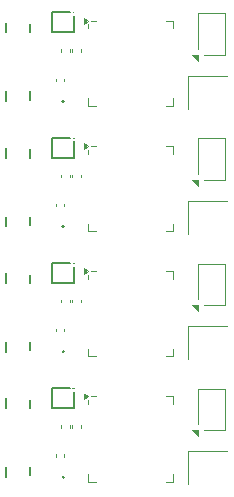
<source format=gbo>
G04 #@! TF.GenerationSoftware,KiCad,Pcbnew,8.0.7*
G04 #@! TF.CreationDate,2025-01-15T21:24:22-05:00*
G04 #@! TF.ProjectId,panel,70616e65-6c2e-46b6-9963-61645f706362,rev?*
G04 #@! TF.SameCoordinates,Original*
G04 #@! TF.FileFunction,Legend,Bot*
G04 #@! TF.FilePolarity,Positive*
%FSLAX46Y46*%
G04 Gerber Fmt 4.6, Leading zero omitted, Abs format (unit mm)*
G04 Created by KiCad (PCBNEW 8.0.7) date 2025-01-15 21:24:22*
%MOMM*%
%LPD*%
G01*
G04 APERTURE LIST*
%ADD10C,0.150000*%
%ADD11C,0.120000*%
%ADD12C,0.125000*%
G04 APERTURE END LIST*
G04 #@! TO.C,Q5*
D10*
X30725000Y-33100000D02*
G75*
G02*
X30575000Y-33100000I-75000J0D01*
G01*
X30575000Y-33100000D02*
G75*
G02*
X30725000Y-33100000I75000J0D01*
G01*
D11*
G04 #@! TO.C,U3*
X32765000Y-37165000D02*
X32765000Y-37515000D01*
X32765000Y-44085000D02*
X32765000Y-43435000D01*
X33005000Y-36865000D02*
X33415000Y-36865000D01*
X33415000Y-44085000D02*
X32765000Y-44085000D01*
X39335000Y-36865000D02*
X39985000Y-36865000D01*
X39335000Y-44085000D02*
X39985000Y-44085000D01*
X39985000Y-36865000D02*
X39985000Y-37515000D01*
X39985000Y-44085000D02*
X39985000Y-43435000D01*
X32765000Y-36865000D02*
X32435000Y-37105000D01*
X32435000Y-36625000D01*
X32765000Y-36865000D01*
G36*
X32765000Y-36865000D02*
G01*
X32435000Y-37105000D01*
X32435000Y-36625000D01*
X32765000Y-36865000D01*
G37*
G04 #@! TO.C,U1*
X42086118Y-36220000D02*
X44326118Y-36220000D01*
X42086118Y-39235000D02*
X42086118Y-36220000D01*
X44326118Y-36220000D02*
X44326118Y-39740000D01*
X44326118Y-39740000D02*
X42591118Y-39740000D01*
X42086118Y-40240000D02*
X41586118Y-39740000D01*
X42086118Y-39740000D01*
X42086118Y-40240000D01*
G36*
X42086118Y-40240000D02*
G01*
X41586118Y-39740000D01*
X42086118Y-39740000D01*
X42086118Y-40240000D01*
G37*
G04 #@! TO.C,U3*
X32765000Y-47765000D02*
X32765000Y-48115000D01*
X32765000Y-54685000D02*
X32765000Y-54035000D01*
X33005000Y-47465000D02*
X33415000Y-47465000D01*
X33415000Y-54685000D02*
X32765000Y-54685000D01*
X39335000Y-47465000D02*
X39985000Y-47465000D01*
X39335000Y-54685000D02*
X39985000Y-54685000D01*
X39985000Y-47465000D02*
X39985000Y-48115000D01*
X39985000Y-54685000D02*
X39985000Y-54035000D01*
X32765000Y-47465000D02*
X32435000Y-47705000D01*
X32435000Y-47225000D01*
X32765000Y-47465000D01*
G36*
X32765000Y-47465000D02*
G01*
X32435000Y-47705000D01*
X32435000Y-47225000D01*
X32765000Y-47465000D01*
G37*
G04 #@! TO.C,Q5*
D10*
X30725000Y-54300000D02*
G75*
G02*
X30575000Y-54300000I-75000J0D01*
G01*
X30575000Y-54300000D02*
G75*
G02*
X30725000Y-54300000I75000J0D01*
G01*
G04 #@! TO.C,U5*
X29690000Y-36150000D02*
X31270000Y-36150000D01*
X29690000Y-37850000D02*
X29690000Y-36150000D01*
X29690000Y-37850000D02*
X31590000Y-37850000D01*
X31590000Y-37850000D02*
X31590000Y-36470000D01*
D12*
X31602500Y-36200000D02*
G75*
G02*
X31477500Y-36200000I-62500J0D01*
G01*
X31477500Y-36200000D02*
G75*
G02*
X31602500Y-36200000I62500J0D01*
G01*
D11*
G04 #@! TO.C,Y1*
X41260000Y-20320000D02*
X41260000Y-23120000D01*
X44560000Y-20320000D02*
X41260000Y-20320000D01*
G04 #@! TO.C,U1*
X42086118Y-15020000D02*
X44326118Y-15020000D01*
X42086118Y-18035000D02*
X42086118Y-15020000D01*
X44326118Y-15020000D02*
X44326118Y-18540000D01*
X44326118Y-18540000D02*
X42591118Y-18540000D01*
X42086118Y-19040000D02*
X41586118Y-18540000D01*
X42086118Y-18540000D01*
X42086118Y-19040000D01*
G36*
X42086118Y-19040000D02*
G01*
X41586118Y-18540000D01*
X42086118Y-18540000D01*
X42086118Y-19040000D01*
G37*
G04 #@! TO.C,Q5*
D10*
X30725000Y-22500000D02*
G75*
G02*
X30575000Y-22500000I-75000J0D01*
G01*
X30575000Y-22500000D02*
G75*
G02*
X30725000Y-22500000I75000J0D01*
G01*
D11*
G04 #@! TO.C,Y1*
X41260000Y-41520000D02*
X41260000Y-44320000D01*
X44560000Y-41520000D02*
X41260000Y-41520000D01*
D10*
G04 #@! TO.C,J4*
X25850000Y-16650000D02*
X25850000Y-15825000D01*
X25850000Y-22475000D02*
X25850000Y-21650000D01*
X27850000Y-15945000D02*
X27850000Y-16650000D01*
X27850000Y-22355000D02*
X27850000Y-21650000D01*
X25850000Y-37850000D02*
X25850000Y-37025000D01*
X25850000Y-43675000D02*
X25850000Y-42850000D01*
X27850000Y-37145000D02*
X27850000Y-37850000D01*
X27850000Y-43555000D02*
X27850000Y-42850000D01*
G04 #@! TO.C,U5*
X29690000Y-14950000D02*
X31270000Y-14950000D01*
X29690000Y-16650000D02*
X29690000Y-14950000D01*
X29690000Y-16650000D02*
X31590000Y-16650000D01*
X31590000Y-16650000D02*
X31590000Y-15270000D01*
D12*
X31602500Y-15000000D02*
G75*
G02*
X31477500Y-15000000I-62500J0D01*
G01*
X31477500Y-15000000D02*
G75*
G02*
X31602500Y-15000000I62500J0D01*
G01*
D11*
G04 #@! TO.C,Y1*
X41260000Y-52120000D02*
X41260000Y-54920000D01*
X44560000Y-52120000D02*
X41260000Y-52120000D01*
G04 #@! TO.C,C10*
X30490000Y-39292164D02*
X30490000Y-39507836D01*
X31210000Y-39292164D02*
X31210000Y-39507836D01*
G04 #@! TO.C,C14*
X30020000Y-41752164D02*
X30020000Y-41967836D01*
X30740000Y-41752164D02*
X30740000Y-41967836D01*
X30020000Y-31152164D02*
X30020000Y-31367836D01*
X30740000Y-31152164D02*
X30740000Y-31367836D01*
G04 #@! TO.C,C10*
X30490000Y-18092164D02*
X30490000Y-18307836D01*
X31210000Y-18092164D02*
X31210000Y-18307836D01*
G04 #@! TO.C,C8*
X31415000Y-18092164D02*
X31415000Y-18307836D01*
X32135000Y-18092164D02*
X32135000Y-18307836D01*
X31415000Y-39292164D02*
X31415000Y-39507836D01*
X32135000Y-39292164D02*
X32135000Y-39507836D01*
G04 #@! TO.C,U1*
X42086118Y-25620000D02*
X44326118Y-25620000D01*
X42086118Y-28635000D02*
X42086118Y-25620000D01*
X44326118Y-25620000D02*
X44326118Y-29140000D01*
X44326118Y-29140000D02*
X42591118Y-29140000D01*
X42086118Y-29640000D02*
X41586118Y-29140000D01*
X42086118Y-29140000D01*
X42086118Y-29640000D01*
G36*
X42086118Y-29640000D02*
G01*
X41586118Y-29140000D01*
X42086118Y-29140000D01*
X42086118Y-29640000D01*
G37*
D10*
G04 #@! TO.C,J4*
X25850000Y-48450000D02*
X25850000Y-47625000D01*
X25850000Y-54275000D02*
X25850000Y-53450000D01*
X27850000Y-47745000D02*
X27850000Y-48450000D01*
X27850000Y-54155000D02*
X27850000Y-53450000D01*
D11*
G04 #@! TO.C,C14*
X30020000Y-52352164D02*
X30020000Y-52567836D01*
X30740000Y-52352164D02*
X30740000Y-52567836D01*
G04 #@! TO.C,C10*
X30490000Y-49892164D02*
X30490000Y-50107836D01*
X31210000Y-49892164D02*
X31210000Y-50107836D01*
G04 #@! TO.C,C14*
X30020000Y-20552164D02*
X30020000Y-20767836D01*
X30740000Y-20552164D02*
X30740000Y-20767836D01*
G04 #@! TO.C,C8*
X31415000Y-28692164D02*
X31415000Y-28907836D01*
X32135000Y-28692164D02*
X32135000Y-28907836D01*
D10*
G04 #@! TO.C,U5*
X29690000Y-25550000D02*
X31270000Y-25550000D01*
X29690000Y-27250000D02*
X29690000Y-25550000D01*
X29690000Y-27250000D02*
X31590000Y-27250000D01*
X31590000Y-27250000D02*
X31590000Y-25870000D01*
D12*
X31602500Y-25600000D02*
G75*
G02*
X31477500Y-25600000I-62500J0D01*
G01*
X31477500Y-25600000D02*
G75*
G02*
X31602500Y-25600000I62500J0D01*
G01*
D11*
G04 #@! TO.C,U3*
X32765000Y-26565000D02*
X32765000Y-26915000D01*
X32765000Y-33485000D02*
X32765000Y-32835000D01*
X33005000Y-26265000D02*
X33415000Y-26265000D01*
X33415000Y-33485000D02*
X32765000Y-33485000D01*
X39335000Y-26265000D02*
X39985000Y-26265000D01*
X39335000Y-33485000D02*
X39985000Y-33485000D01*
X39985000Y-26265000D02*
X39985000Y-26915000D01*
X39985000Y-33485000D02*
X39985000Y-32835000D01*
X32765000Y-26265000D02*
X32435000Y-26505000D01*
X32435000Y-26025000D01*
X32765000Y-26265000D01*
G36*
X32765000Y-26265000D02*
G01*
X32435000Y-26505000D01*
X32435000Y-26025000D01*
X32765000Y-26265000D01*
G37*
G04 #@! TO.C,C8*
X31415000Y-49892164D02*
X31415000Y-50107836D01*
X32135000Y-49892164D02*
X32135000Y-50107836D01*
G04 #@! TO.C,Q5*
D10*
X30725000Y-43700000D02*
G75*
G02*
X30575000Y-43700000I-75000J0D01*
G01*
X30575000Y-43700000D02*
G75*
G02*
X30725000Y-43700000I75000J0D01*
G01*
D11*
G04 #@! TO.C,U3*
X32765000Y-15965000D02*
X32765000Y-16315000D01*
X32765000Y-22885000D02*
X32765000Y-22235000D01*
X33005000Y-15665000D02*
X33415000Y-15665000D01*
X33415000Y-22885000D02*
X32765000Y-22885000D01*
X39335000Y-15665000D02*
X39985000Y-15665000D01*
X39335000Y-22885000D02*
X39985000Y-22885000D01*
X39985000Y-15665000D02*
X39985000Y-16315000D01*
X39985000Y-22885000D02*
X39985000Y-22235000D01*
X32765000Y-15665000D02*
X32435000Y-15905000D01*
X32435000Y-15425000D01*
X32765000Y-15665000D01*
G36*
X32765000Y-15665000D02*
G01*
X32435000Y-15905000D01*
X32435000Y-15425000D01*
X32765000Y-15665000D01*
G37*
D10*
G04 #@! TO.C,J4*
X25850000Y-27250000D02*
X25850000Y-26425000D01*
X25850000Y-33075000D02*
X25850000Y-32250000D01*
X27850000Y-26545000D02*
X27850000Y-27250000D01*
X27850000Y-32955000D02*
X27850000Y-32250000D01*
D11*
G04 #@! TO.C,Y1*
X41260000Y-30920000D02*
X41260000Y-33720000D01*
X44560000Y-30920000D02*
X41260000Y-30920000D01*
D10*
G04 #@! TO.C,U5*
X29690000Y-46750000D02*
X31270000Y-46750000D01*
X29690000Y-48450000D02*
X29690000Y-46750000D01*
X29690000Y-48450000D02*
X31590000Y-48450000D01*
X31590000Y-48450000D02*
X31590000Y-47070000D01*
D12*
X31602500Y-46800000D02*
G75*
G02*
X31477500Y-46800000I-62500J0D01*
G01*
X31477500Y-46800000D02*
G75*
G02*
X31602500Y-46800000I62500J0D01*
G01*
D11*
G04 #@! TO.C,C10*
X30490000Y-28692164D02*
X30490000Y-28907836D01*
X31210000Y-28692164D02*
X31210000Y-28907836D01*
G04 #@! TO.C,U1*
X42086118Y-46820000D02*
X44326118Y-46820000D01*
X42086118Y-49835000D02*
X42086118Y-46820000D01*
X44326118Y-46820000D02*
X44326118Y-50340000D01*
X44326118Y-50340000D02*
X42591118Y-50340000D01*
X42086118Y-50840000D02*
X41586118Y-50340000D01*
X42086118Y-50340000D01*
X42086118Y-50840000D01*
G36*
X42086118Y-50840000D02*
G01*
X41586118Y-50340000D01*
X42086118Y-50340000D01*
X42086118Y-50840000D01*
G37*
G04 #@! TD*
M02*

</source>
